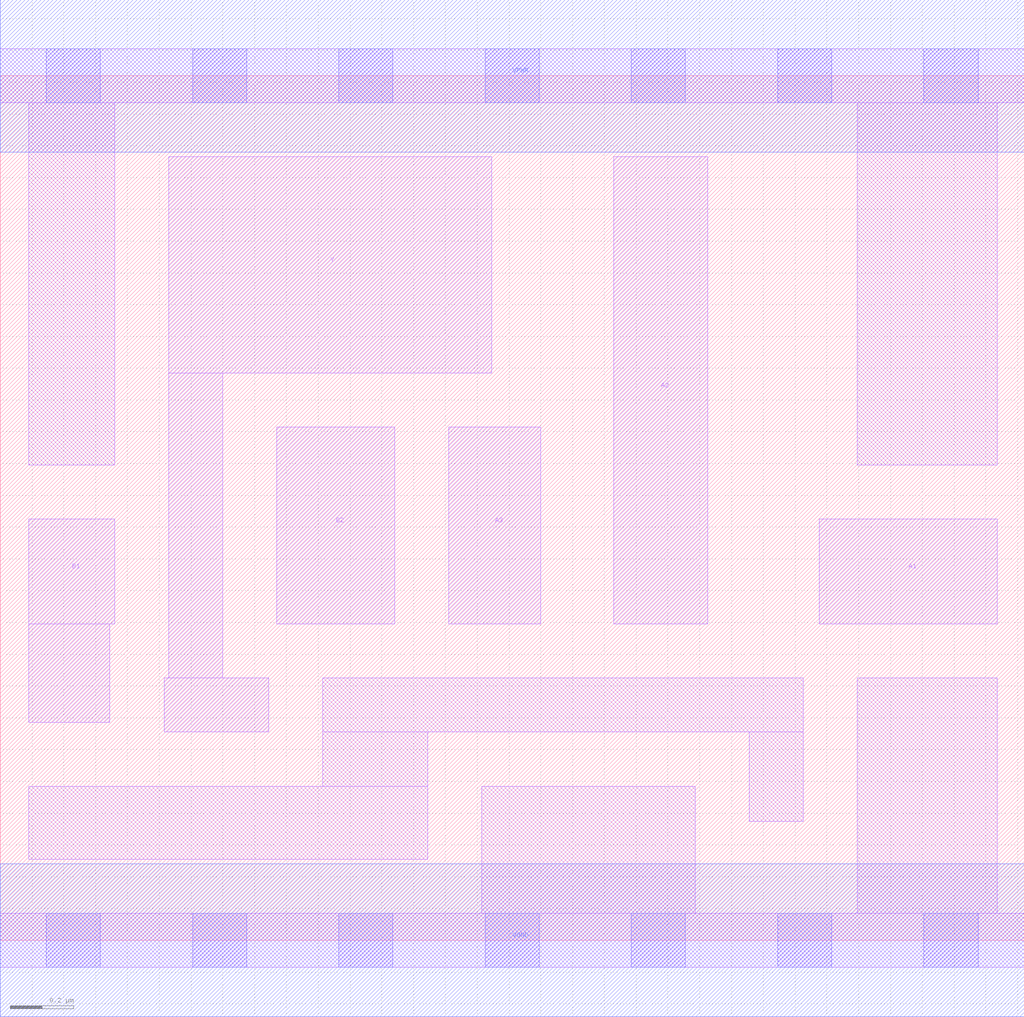
<source format=lef>
# Copyright 2020 The SkyWater PDK Authors
#
# Licensed under the Apache License, Version 2.0 (the "License");
# you may not use this file except in compliance with the License.
# You may obtain a copy of the License at
#
#     https://www.apache.org/licenses/LICENSE-2.0
#
# Unless required by applicable law or agreed to in writing, software
# distributed under the License is distributed on an "AS IS" BASIS,
# WITHOUT WARRANTIES OR CONDITIONS OF ANY KIND, either express or implied.
# See the License for the specific language governing permissions and
# limitations under the License.
#
# SPDX-License-Identifier: Apache-2.0

VERSION 5.7 ;
  NAMESCASESENSITIVE ON ;
  NOWIREEXTENSIONATPIN ON ;
  DIVIDERCHAR "/" ;
  BUSBITCHARS "[]" ;
UNITS
  DATABASE MICRONS 200 ;
END UNITS
MACRO sky130_fd_sc_hd__o32ai_1
  CLASS CORE ;
  SOURCE USER ;
  FOREIGN sky130_fd_sc_hd__o32ai_1 ;
  ORIGIN  0.000000  0.000000 ;
  SIZE  3.220000 BY  2.720000 ;
  SYMMETRY X Y R90 ;
  SITE unithd ;
  PIN A1
    ANTENNAGATEAREA  0.247500 ;
    DIRECTION INPUT ;
    USE SIGNAL ;
    PORT
      LAYER li1 ;
        RECT 2.575000 0.995000 3.135000 1.325000 ;
    END
  END A1
  PIN A2
    ANTENNAGATEAREA  0.247500 ;
    DIRECTION INPUT ;
    USE SIGNAL ;
    PORT
      LAYER li1 ;
        RECT 1.930000 0.995000 2.225000 2.465000 ;
    END
  END A2
  PIN A3
    ANTENNAGATEAREA  0.247500 ;
    DIRECTION INPUT ;
    USE SIGNAL ;
    PORT
      LAYER li1 ;
        RECT 1.410000 0.995000 1.700000 1.615000 ;
    END
  END A3
  PIN B1
    ANTENNAGATEAREA  0.247500 ;
    DIRECTION INPUT ;
    USE SIGNAL ;
    PORT
      LAYER li1 ;
        RECT 0.090000 0.685000 0.345000 0.995000 ;
        RECT 0.090000 0.995000 0.360000 1.325000 ;
    END
  END B1
  PIN B2
    ANTENNAGATEAREA  0.247500 ;
    DIRECTION INPUT ;
    USE SIGNAL ;
    PORT
      LAYER li1 ;
        RECT 0.870000 0.995000 1.240000 1.615000 ;
    END
  END B2
  PIN Y
    ANTENNADIFFAREA  0.821250 ;
    DIRECTION OUTPUT ;
    USE SIGNAL ;
    PORT
      LAYER li1 ;
        RECT 0.515000 0.655000 0.845000 0.825000 ;
        RECT 0.530000 0.825000 0.700000 1.785000 ;
        RECT 0.530000 1.785000 1.545000 2.465000 ;
    END
  END Y
  PIN VGND
    DIRECTION INOUT ;
    SHAPE ABUTMENT ;
    USE GROUND ;
    PORT
      LAYER met1 ;
        RECT 0.000000 -0.240000 3.220000 0.240000 ;
    END
  END VGND
  PIN VPWR
    DIRECTION INOUT ;
    SHAPE ABUTMENT ;
    USE POWER ;
    PORT
      LAYER met1 ;
        RECT 0.000000 2.480000 3.220000 2.960000 ;
    END
  END VPWR
  OBS
    LAYER li1 ;
      RECT 0.000000 -0.085000 3.220000 0.085000 ;
      RECT 0.000000  2.635000 3.220000 2.805000 ;
      RECT 0.090000  0.255000 1.345000 0.485000 ;
      RECT 0.090000  1.495000 0.360000 2.635000 ;
      RECT 1.015000  0.485000 1.345000 0.655000 ;
      RECT 1.015000  0.655000 2.525000 0.825000 ;
      RECT 1.515000  0.085000 2.185000 0.485000 ;
      RECT 2.355000  0.375000 2.525000 0.655000 ;
      RECT 2.695000  0.085000 3.135000 0.825000 ;
      RECT 2.695000  1.495000 3.135000 2.635000 ;
    LAYER mcon ;
      RECT 0.145000 -0.085000 0.315000 0.085000 ;
      RECT 0.145000  2.635000 0.315000 2.805000 ;
      RECT 0.605000 -0.085000 0.775000 0.085000 ;
      RECT 0.605000  2.635000 0.775000 2.805000 ;
      RECT 1.065000 -0.085000 1.235000 0.085000 ;
      RECT 1.065000  2.635000 1.235000 2.805000 ;
      RECT 1.525000 -0.085000 1.695000 0.085000 ;
      RECT 1.525000  2.635000 1.695000 2.805000 ;
      RECT 1.985000 -0.085000 2.155000 0.085000 ;
      RECT 1.985000  2.635000 2.155000 2.805000 ;
      RECT 2.445000 -0.085000 2.615000 0.085000 ;
      RECT 2.445000  2.635000 2.615000 2.805000 ;
      RECT 2.905000 -0.085000 3.075000 0.085000 ;
      RECT 2.905000  2.635000 3.075000 2.805000 ;
  END
END sky130_fd_sc_hd__o32ai_1
END LIBRARY

</source>
